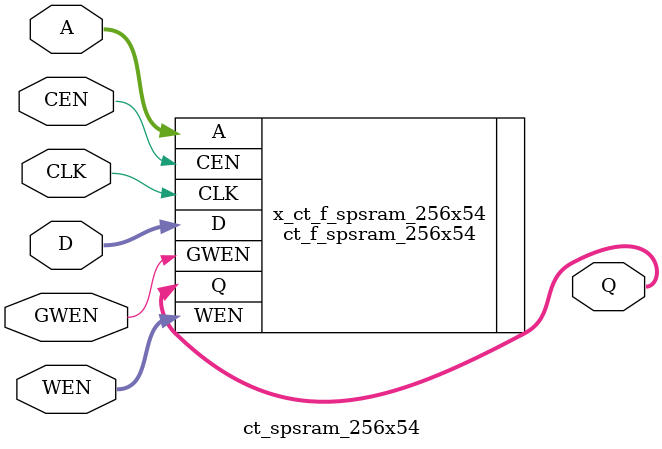
<source format=v>
/*Copyright 2019-2021 T-Head Semiconductor Co., Ltd.

Licensed under the Apache License, Version 2.0 (the "License");
you may not use this file except in compliance with the License.
You may obtain a copy of the License at

    http://www.apache.org/licenses/LICENSE-2.0

Unless required by applicable law or agreed to in writing, software
distributed under the License is distributed on an "AS IS" BASIS,
WITHOUT WARRANTIES OR CONDITIONS OF ANY KIND, either express or implied.
See the License for the specific language governing permissions and
limitations under the License.
*/

// &ModuleBeg; @22
module ct_spsram_256x54(
  A,
  CEN,
  CLK,
  D,
  GWEN,
  Q,
  WEN
);

// &Ports; @23
input   [7 :0]  A;
input           CEN;
input           CLK;
input   [53:0]  D;
input           GWEN;
input   [53:0]  WEN;
output  [53:0]  Q;

// &Regs; @24

// &Wires; @25
wire    [7 :0]  A;
wire            CEN;
wire            CLK;
wire    [53:0]  D;
wire            GWEN;
wire    [53:0]  Q;
wire    [53:0]  WEN;


//**********************************************************
//                  Parameter Definition
//**********************************************************
parameter ADDR_WIDTH = 8;
parameter DATA_WIDTH = 54;
parameter WE_WIDTH   = 54;

// &Force("bus","Q",DATA_WIDTH-1,0); @34
// &Force("bus","WEN",WE_WIDTH-1,0); @35
// &Force("bus","A",ADDR_WIDTH-1,0); @36
// &Force("bus","D",DATA_WIDTH-1,0); @37

  //********************************************************
  //*                        FPGA memory                   *
  //********************************************************

//   &Instance("ct_f_spsram_256x54"); @44
ct_f_spsram_256x54  x_ct_f_spsram_256x54 (
  .A    (A   ),
  .CEN  (CEN ),
  .CLK  (CLK ),
  .D    (D   ),
  .GWEN (GWEN),
  .Q    (Q   ),
  .WEN  (WEN )
);

//   &Instance("ct_tsmc_spsram_256x54"); @51

// &ModuleEnd; @67
endmodule



</source>
